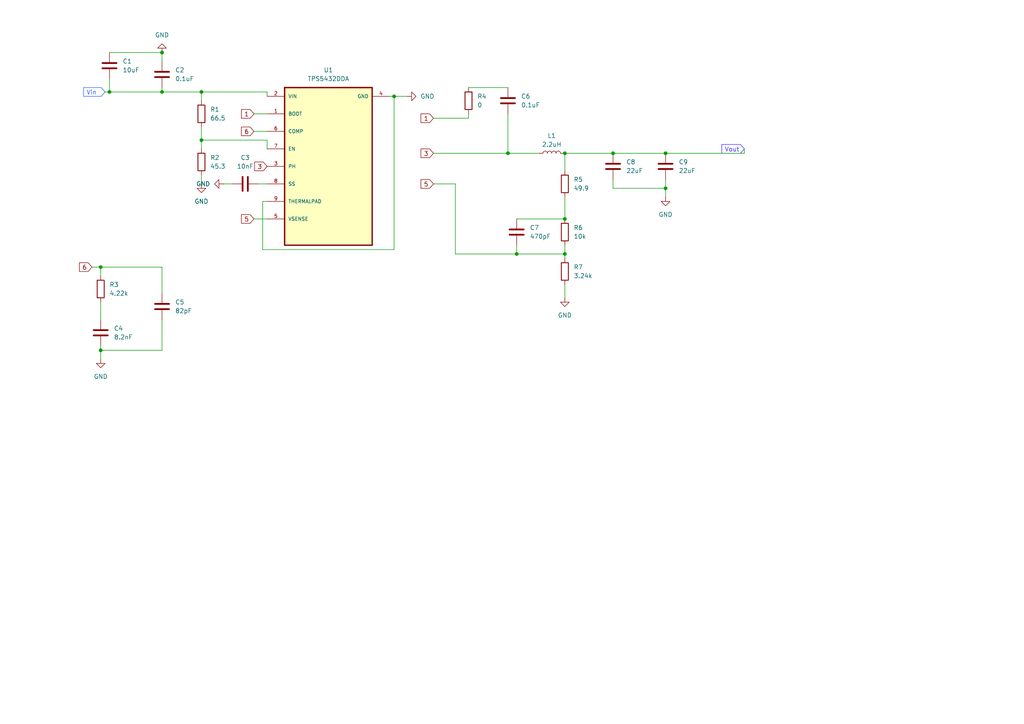
<source format=kicad_sch>
(kicad_sch (version 20250114) (generator "eeschema") (generator_version "9.0")
  (paper "A4")
  (lib_symbols
    (symbol "Device:C" (pin_numbers (hide yes)) (pin_names (offset 0.254))
      (property "Reference" "C" (at 0.635 2.54 0))
      (property "Value" "C" (at 0.635 -2.54 0))
      (symbol "C_0_1"
        (polyline (pts (xy -2.032 0.762) (xy 2.032 0.762)) (stroke (width 0.508)))
        (polyline (pts (xy -2.032 -0.762) (xy 2.032 -0.762)) (stroke (width 0.508)))
      )
      (symbol "C_1_1"
        (pin passive line (at 0 3.81 270) (length 2.794) (name "~") (number "1"))
        (pin passive line (at 0 -3.81 90) (length 2.794) (name "~") (number "2"))
      )
    )
    (symbol "Device:L" (pin_numbers (hide yes)) (pin_names (offset 1.016) (hide yes))
      (property "Reference" "L" (at -1.27 0 90))
      (property "Value" "L" (at 1.905 0 90))
      (symbol "L_0_1"
        (arc (start 0 2.54) (mid 0.6323 1.905) (end 0 1.27))
        (arc (start 0 1.27) (mid 0.6323 0.635) (end 0 0))
        (arc (start 0 0) (mid 0.6323 -0.635) (end 0 -1.27))
        (arc (start 0 -1.27) (mid 0.6323 -1.905) (end 0 -2.54))
      )
      (symbol "L_1_1"
        (pin passive line (at 0 3.81 270) (length 1.27) (name "1") (number "1"))
        (pin passive line (at 0 -3.81 90) (length 1.27) (name "2") (number "2"))
      )
    )
    (symbol "Device:R" (pin_numbers (hide yes)) (pin_names (offset 0))
      (property "Reference" "R" (at 2.032 0 90))
      (property "Value" "R" (at 0 0 90))
      (symbol "R_0_1"
        (rectangle (start -1.016 -2.54) (end 1.016 2.54) (stroke (width 0.254)))
      )
      (symbol "R_1_1"
        (pin passive line (at 0 3.81 270) (length 1.27) (name "~") (number "1"))
        (pin passive line (at 0 -3.81 90) (length 1.27) (name "~") (number "2"))
      )
    )
    (symbol "TPS5432DDA:TPS5432DDA" (pin_names (offset 1.016))
      (property "Reference" "U" (at -12.7 23.86 0))
      (property "Value" "TPS5432DDA" (at -12.7 -26.86 0))
      (symbol "TPS5432DDA_0_0"
        (rectangle (start -12.7 -22.86) (end 12.7 22.86) (stroke (width 0.41)) (fill (type background)))
        (pin input line (at -17.78 20.32 0) (length 5.08) (name "VIN") (number "2"))
        (pin bidirectional line (at -17.78 15.24 0) (length 5.08) (name "BOOT") (number "1"))
        (pin bidirectional line (at -17.78 10.16 0) (length 5.08) (name "COMP") (number "6"))
        (pin bidirectional line (at -17.78 5.08 0) (length 5.08) (name "EN") (number "7"))
        (pin bidirectional line (at -17.78 0 0) (length 5.08) (name "PH") (number "3"))
        (pin bidirectional line (at -17.78 -5.08 0) (length 5.08) (name "SS") (number "8"))
        (pin bidirectional line (at -17.78 -10.16 0) (length 5.08) (name "THERMALPAD") (number "9"))
        (pin bidirectional line (at -17.78 -15.24 0) (length 5.08) (name "VSENSE") (number "5"))
        (pin power_in line (at 17.78 20.32 180) (length 5.08) (name "GND") (number "4"))
      )
    )
    (symbol "power:GND" (power) (pin_numbers (hide yes)) (pin_names (offset 0) (hide yes))
      (property "Value" "GND" (at 0 -3.81 0))
      (symbol "GND_0_1"
        (polyline (pts (xy 0 0) (xy 0 -1.27) (xy 1.27 -1.27) (xy 0 -2.54) (xy -1.27 -1.27) (xy 0 -1.27)))
      )
      (symbol "GND_1_1"
        (pin power_in line (at 0 0 270) (length 0) (name "~") (number "1"))
      )
    )
  )
  (junction (at 163.83 44.45))
  (junction (at 149.86 73.66))
  (junction (at 29.21 101.6))
  (junction (at 193.04 54.61))
  (junction (at 193.04 44.45))
  (junction (at 147.32 44.45))
  (junction (at 163.83 63.5))
  (junction (at 58.42 40.64))
  (junction (at 114.3 27.94))
  (junction (at 29.21 77.47))
  (junction (at 58.42 26.67))
  (junction (at 31.75 26.67))
  (junction (at 46.99 15.24))
  (junction (at 46.99 26.67))
  (junction (at 163.83 73.66))
  (junction (at 177.8 44.45))
  (wire (pts (xy 132.08 73.66) (xy 149.86 73.66)))
  (wire (pts (xy 58.42 26.67) (xy 58.42 29.21)))
  (wire (pts (xy 58.42 26.67) (xy 77.47 26.67)))
  (wire (pts (xy 125.73 53.34) (xy 132.08 53.34)))
  (wire (pts (xy 46.99 26.67) (xy 58.42 26.67)))
  (wire (pts (xy 29.21 101.6) (xy 29.21 104.14)))
  (wire (pts (xy 163.83 71.12) (xy 163.83 73.66)))
  (wire (pts (xy 46.99 15.24) (xy 46.99 17.78)))
  (wire (pts (xy 132.08 53.34) (xy 132.08 73.66)))
  (wire (pts (xy 147.32 33.02) (xy 147.32 44.45)))
  (wire (pts (xy 29.21 100.33) (xy 29.21 101.6)))
  (wire (pts (xy 163.83 44.45) (xy 163.83 49.53)))
  (wire (pts (xy 31.75 15.24) (xy 46.99 15.24)))
  (wire (pts (xy 114.3 27.94) (xy 118.11 27.94)))
  (wire (pts (xy 147.32 44.45) (xy 156.21 44.45)))
  (wire (pts (xy 29.21 77.47) (xy 29.21 80.01)))
  (wire (pts (xy 58.42 40.64) (xy 58.42 43.18)))
  (wire (pts (xy 58.42 50.8) (xy 58.42 53.34)))
  (wire (pts (xy 77.47 26.67) (xy 77.47 27.94)))
  (wire (pts (xy 125.73 34.29) (xy 135.89 34.29)))
  (wire (pts (xy 76.2 72.39) (xy 114.3 72.39)))
  (wire (pts (xy 58.42 40.64) (xy 77.47 40.64)))
  (wire (pts (xy 163.83 57.15) (xy 163.83 63.5)))
  (wire (pts (xy 76.2 58.42) (xy 76.2 72.39)))
  (wire (pts (xy 74.93 53.34) (xy 77.47 53.34)))
  (wire (pts (xy 46.99 25.4) (xy 46.99 26.67)))
  (wire (pts (xy 46.99 92.71) (xy 46.99 101.6)))
  (wire (pts (xy 26.67 77.47) (xy 29.21 77.47)))
  (wire (pts (xy 114.3 72.39) (xy 114.3 27.94)))
  (wire (pts (xy 193.04 54.61) (xy 193.04 57.15)))
  (wire (pts (xy 73.66 33.02) (xy 77.47 33.02)))
  (wire (pts (xy 193.04 44.45) (xy 215.9 44.45)))
  (wire (pts (xy 125.73 44.45) (xy 147.32 44.45)))
  (wire (pts (xy 135.89 25.4) (xy 147.32 25.4)))
  (wire (pts (xy 113.03 27.94) (xy 114.3 27.94)))
  (wire (pts (xy 46.99 77.47) (xy 29.21 77.47)))
  (wire (pts (xy 149.86 73.66) (xy 163.83 73.66)))
  (wire (pts (xy 77.47 40.64) (xy 77.47 43.18)))
  (wire (pts (xy 77.47 58.42) (xy 76.2 58.42)))
  (wire (pts (xy 177.8 44.45) (xy 193.04 44.45)))
  (wire (pts (xy 31.75 22.86) (xy 31.75 26.67)))
  (wire (pts (xy 135.89 34.29) (xy 135.89 33.02)))
  (wire (pts (xy 215.9 44.45) (xy 215.9 43.18)))
  (wire (pts (xy 58.42 36.83) (xy 58.42 40.64)))
  (wire (pts (xy 177.8 54.61) (xy 193.04 54.61)))
  (wire (pts (xy 73.66 38.1) (xy 77.47 38.1)))
  (wire (pts (xy 31.75 26.67) (xy 46.99 26.67)))
  (wire (pts (xy 30.48 26.67) (xy 31.75 26.67)))
  (wire (pts (xy 163.83 73.66) (xy 163.83 74.93)))
  (wire (pts (xy 46.99 101.6) (xy 29.21 101.6)))
  (wire (pts (xy 73.66 63.5) (xy 77.47 63.5)))
  (wire (pts (xy 46.99 85.09) (xy 46.99 77.47)))
  (wire (pts (xy 177.8 52.07) (xy 177.8 54.61)))
  (wire (pts (xy 64.77 53.34) (xy 67.31 53.34)))
  (wire (pts (xy 149.86 71.12) (xy 149.86 73.66)))
  (wire (pts (xy 193.04 52.07) (xy 193.04 54.61)))
  (wire (pts (xy 149.86 63.5) (xy 163.83 63.5)))
  (wire (pts (xy 163.83 82.55) (xy 163.83 86.36)))
  (wire (pts (xy 163.83 44.45) (xy 177.8 44.45)))
  (wire (pts (xy 29.21 87.63) (xy 29.21 92.71)))
  (global_label "6" (shape input) (at 26.67 77.47 180) (property "Intersheetrefs" "${INTERSHEET_REFS}" (effects (hide yes))))
  (global_label "Vin " (shape input) (at 30.48 26.67 180) (property "Intersheetrefs" "${INTERSHEET_REFS}" (effects (hide yes))))
  (global_label "5" (shape input) (at 125.73 53.34 180) (property "Intersheetrefs" "${INTERSHEET_REFS}" (effects (hide yes))))
  (global_label "6" (shape input) (at 73.66 38.1 180) (property "Intersheetrefs" "${INTERSHEET_REFS}" (effects (hide yes))))
  (global_label "1" (shape input) (at 125.73 34.29 180) (property "Intersheetrefs" "${INTERSHEET_REFS}" (effects (hide yes))))
  (global_label "3" (shape input) (at 125.73 44.45 180) (property "Intersheetrefs" "${INTERSHEET_REFS}" (effects (hide yes))))
  (global_label "1" (shape input) (at 73.66 33.02 180) (property "Intersheetrefs" "${INTERSHEET_REFS}" (effects (hide yes))))
  (global_label "5" (shape input) (at 73.66 63.5 180) (property "Intersheetrefs" "${INTERSHEET_REFS}" (effects (hide yes))))
  (global_label "3" (shape input) (at 77.47 48.26 180) (property "Intersheetrefs" "${INTERSHEET_REFS}" (effects (hide yes))))
  (global_label "Vout" (shape input) (at 215.9 43.18 180) (property "Intersheetrefs" "${INTERSHEET_REFS}" (effects (hide yes))))
  (symbol (lib_id "Device:R") (at 29.21 83.82 0) (unit 1)
    (property "Reference" "R3" (at 31.75 82.5499 0) (effects (justify left)))
    (property "Value" "4.22k" (at 31.75 85.0899 0) (effects (justify left)))
    (property "Description" "Resistor" (effects (hide yes)))
  )
  (symbol (lib_id "power:GND") (at 118.11 27.94 90) (unit 1)
    (property "Reference" "#PWR09" (effects (hide yes)))
    (property "Value" "GND" (at 121.92 27.9399 90) (effects (justify right)))
    (property "Description" "Power symbol creates a global label with name \"GND\" , ground" (effects (hide yes)))
  )
  (symbol (lib_id "Device:C") (at 193.04 48.26 180) (unit 1)
    (property "Reference" "C9" (at 196.85 46.9899 0) (effects (justify right)))
    (property "Value" "22uF" (at 196.85 49.5299 0) (effects (justify right)))
    (property "Description" "Unpolarized capacitor" (effects (hide yes)))
  )
  (symbol (lib_id "Device:C") (at 177.8 48.26 180) (unit 1)
    (property "Reference" "C8" (at 181.61 46.9899 0) (effects (justify right)))
    (property "Value" "22uF" (at 181.61 49.5299 0) (effects (justify right)))
    (property "Description" "Unpolarized capacitor" (effects (hide yes)))
  )
  (symbol (lib_id "power:GND") (at 58.42 53.34 0) (unit 1)
    (property "Reference" "#PWR04" (effects (hide yes)))
    (property "Value" "GND" (at 58.42 58.42 0))
    (property "Description" "Power symbol creates a global label with name \"GND\" , ground" (effects (hide yes)))
  )
  (symbol (lib_id "Device:R") (at 135.89 29.21 0) (unit 1)
    (property "Reference" "R4" (at 138.43 27.9399 0) (effects (justify left)))
    (property "Value" "0" (at 138.43 30.4799 0) (effects (justify left)))
    (property "Description" "Resistor" (effects (hide yes)))
  )
  (symbol (lib_id "power:GND") (at 29.21 104.14 0) (unit 1)
    (property "Reference" "#PWR010" (effects (hide yes)))
    (property "Value" "GND" (at 29.21 109.22 0))
    (property "Description" "Power symbol creates a global label with name \"GND\" , ground" (effects (hide yes)))
  )
  (symbol (lib_id "Device:C") (at 46.99 88.9 0) (unit 1)
    (property "Reference" "C5" (at 50.8 87.6299 0) (effects (justify left)))
    (property "Value" "82pF" (at 50.8 90.1699 0) (effects (justify left)))
    (property "Description" "Unpolarized capacitor" (effects (hide yes)))
  )
  (symbol (lib_id "Device:R") (at 163.83 78.74 0) (unit 1)
    (property "Reference" "R7" (at 166.37 77.4699 0) (effects (justify left)))
    (property "Value" "3.24k" (at 166.37 80.0099 0) (effects (justify left)))
    (property "Description" "Resistor" (effects (hide yes)))
  )
  (symbol (lib_id "Device:R") (at 58.42 33.02 0) (unit 1)
    (property "Reference" "R1" (at 60.96 31.7499 0) (effects (justify left)))
    (property "Value" "66.5" (at 60.96 34.2899 0) (effects (justify left)))
    (property "Description" "Resistor" (effects (hide yes)))
  )
  (symbol (lib_id "Device:R") (at 58.42 46.99 0) (unit 1)
    (property "Reference" "R2" (at 60.96 45.7199 0) (effects (justify left)))
    (property "Value" "45.3" (at 60.96 48.2599 0) (effects (justify left)))
    (property "Description" "Resistor" (effects (hide yes)))
  )
  (symbol (lib_id "power:GND") (at 163.83 86.36 0) (unit 1)
    (property "Reference" "#PWR011" (effects (hide yes)))
    (property "Value" "GND" (at 163.83 91.44 0))
    (property "Description" "Power symbol creates a global label with name \"GND\" , ground" (effects (hide yes)))
  )
  (symbol (lib_id "power:GND") (at 193.04 57.15 0) (unit 1)
    (property "Reference" "#PWR012" (effects (hide yes)))
    (property "Value" "GND" (at 193.04 62.23 0))
    (property "Description" "Power symbol creates a global label with name \"GND\" , ground" (effects (hide yes)))
  )
  (symbol (lib_id "Device:C") (at 29.21 96.52 0) (unit 1)
    (property "Reference" "C4" (at 33.02 95.2499 0) (effects (justify left)))
    (property "Value" "8.2nF" (at 33.02 97.7899 0) (effects (justify left)))
    (property "Description" "Unpolarized capacitor" (effects (hide yes)))
  )
  (symbol (lib_id "Device:R") (at 163.83 67.31 0) (unit 1)
    (property "Reference" "R6" (at 166.37 66.0399 0) (effects (justify left)))
    (property "Value" "10k" (at 166.37 68.5799 0) (effects (justify left)))
    (property "Description" "Resistor" (effects (hide yes)))
  )
  (symbol (lib_id "Device:R") (at 163.83 53.34 0) (unit 1)
    (property "Reference" "R5" (at 166.37 52.0699 0) (effects (justify left)))
    (property "Value" "49.9" (at 166.37 54.6099 0) (effects (justify left)))
    (property "Description" "Resistor" (effects (hide yes)))
  )
  (symbol (lib_id "Device:C") (at 46.99 21.59 0) (unit 1)
    (property "Reference" "C2" (at 50.8 20.3199 0) (effects (justify left)))
    (property "Value" "0.1uF" (at 50.8 22.8599 0) (effects (justify left)))
    (property "Description" "Unpolarized capacitor" (effects (hide yes)))
  )
  (symbol (lib_id "Device:L") (at 160.02 44.45 90) (unit 1)
    (property "Reference" "L1" (at 160.02 39.37 90))
    (property "Value" "2.2uH" (at 160.02 41.91 90))
    (property "Description" "Inductor" (effects (hide yes)))
  )
  (symbol (lib_id "Device:C") (at 71.12 53.34 90) (unit 1)
    (property "Reference" "C3" (at 71.12 45.72 90))
    (property "Value" "10nF" (at 71.12 48.26 90))
    (property "Description" "Unpolarized capacitor" (effects (hide yes)))
  )
  (symbol (lib_id "power:GND") (at 46.99 15.24 180) (unit 1)
    (property "Reference" "#PWR03" (effects (hide yes)))
    (property "Value" "GND" (at 46.99 10.16 0))
    (property "Description" "Power symbol creates a global label with name \"GND\" , ground" (effects (hide yes)))
  )
  (symbol (lib_id "power:GND") (at 64.77 53.34 270) (unit 1)
    (property "Reference" "#PWR05" (effects (hide yes)))
    (property "Value" "GND" (at 60.96 53.3399 90) (effects (justify right)))
    (property "Description" "Power symbol creates a global label with name \"GND\" , ground" (effects (hide yes)))
  )
  (symbol (lib_id "Device:C") (at 31.75 19.05 0) (unit 1)
    (property "Reference" "C1" (at 35.56 17.7799 0) (effects (justify left)))
    (property "Value" "10uF" (at 35.56 20.3199 0) (effects (justify left)))
    (property "Description" "Unpolarized capacitor" (effects (hide yes)))
  )
  (symbol (lib_id "Device:C") (at 147.32 29.21 180) (unit 1)
    (property "Reference" "C6" (at 151.13 27.9399 0) (effects (justify right)))
    (property "Value" "0.1uF" (at 151.13 30.4799 0) (effects (justify right)))
    (property "Description" "Unpolarized capacitor" (effects (hide yes)))
  )
  (symbol (lib_id "Device:C") (at 149.86 67.31 180) (unit 1)
    (property "Reference" "C7" (at 153.67 66.0399 0) (effects (justify right)))
    (property "Value" "470pF" (at 153.67 68.5799 0) (effects (justify right)))
    (property "Description" "Unpolarized capacitor" (effects (hide yes)))
  )
  (symbol (lib_id "TPS5432DDA:TPS5432DDA") (at 95.25 48.26 0) (unit 1)
    (property "Reference" "U1" (at 95.25 20.32 0))
    (property "Value" "TPS5432DDA" (at 95.25 22.86 0))
    (property "Footprint" "TPS5432DDA:VREG_LM5017MR_NOPB" (effects (hide yes)))
    (property "MF" "Texas Instruments" (effects (hide yes)))
    (property "Description_1" "2.95V to 6V Input, 3A Synchronous Step-Down Converter" (effects (hide yes)))
    (property "Package" "HSOIC-8 Texas Instruments" (effects (hide yes)))
    (property "Price" "None" (effects (hide yes)))
    (property "Check_prices" "https://www.snapeda.com/parts/TPS5432DDA/Texas+Instruments/view-part/?ref=eda" (effects (hide yes)))
    (property "SnapEDA_Link" "https://www.snapeda.com/parts/TPS5432DDA/Texas+Instruments/view-part/?ref=snap" (effects (hide yes)))
    (property "MP" "TPS5432DDA" (effects (hide yes)))
    (property "Availability" "In Stock" (effects (hide yes)))
    (property "Manufacturer" "Texas Instruments" (effects (hide yes)))
  )
)
</source>
